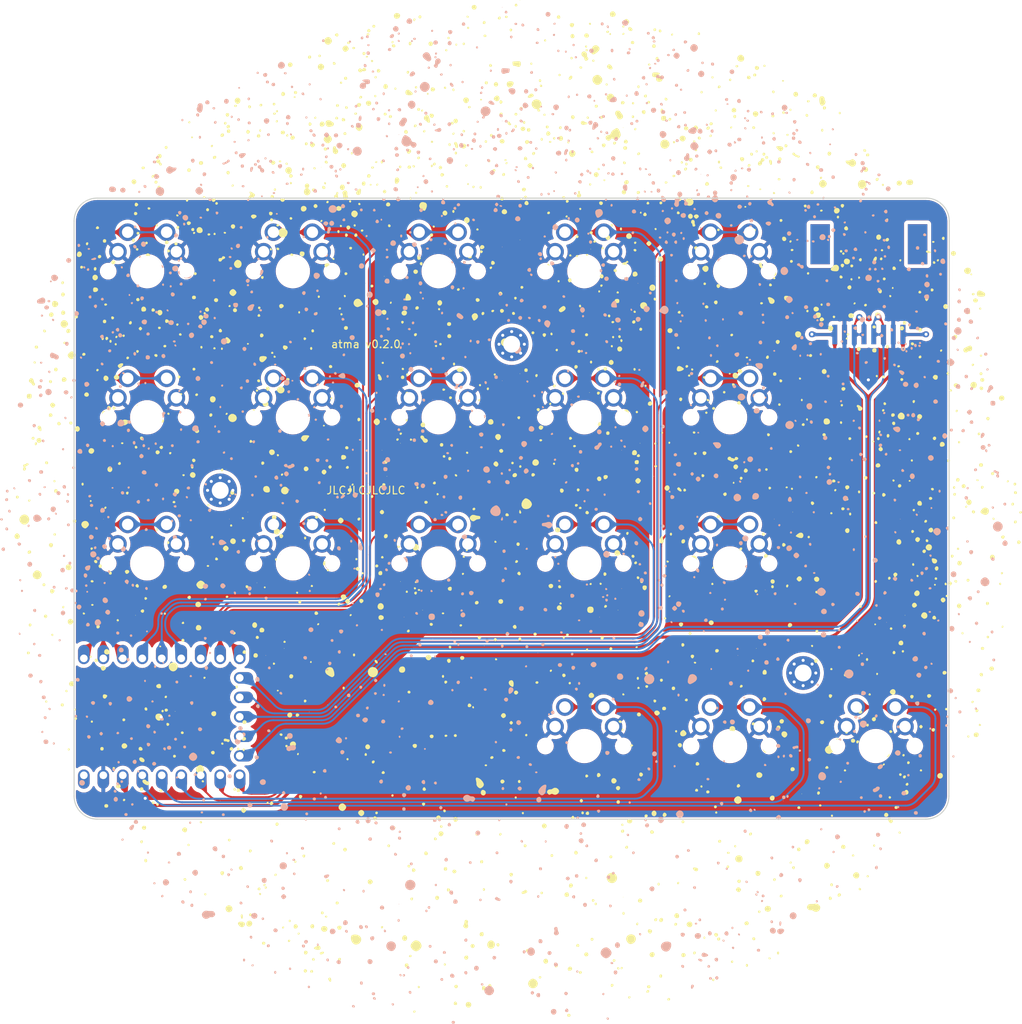
<source format=kicad_pcb>
(kicad_pcb (version 20221018) (generator pcbnew)
  (title_block (title "atma") (rev "v1.0.0") (company "Unknown"))
  (layers (0 "F.Cu" signal) (31 "B.Cu" signal) (34 "B.Paste" user) (35 "F.Paste" user) (36 "B.SilkS" user "B.Silkscreen") (37 "F.SilkS" user "F.Silkscreen") (38 "B.Mask" user) (39 "F.Mask" user) (44 "Edge.Cuts" user))
  (net 0 "")
  (net 1 "matrix_pinky_bottom")
  (net 2 "GND")
  (net 3 "matrix_pinky_home")
  (net 4 "matrix_pinky_top")
  (net 5 "matrix_ring_bottom")
  (net 6 "matrix_ring_home")
  (net 7 "matrix_ring_top")
  (net 8 "matrix_middle_bottom")
  (net 9 "matrix_middle_home")
  (net 10 "matrix_middle_top")
  (net 11 "matrix_index_bottom")
  (net 12 "matrix_index_home")
  (net 13 "matrix_index_top")
  (net 14 "matrix_inner_bottom")
  (net 15 "matrix_inner_home")
  (net 16 "matrix_inner_top")
  (net 17 "thumbfan_near_home")
  (net 18 "thumbfan_home_home")
  (net 19 "thumbfan_far_home")
  (net 20 "GP12")
  (net 21 "GP13")
  (net 22 "3V3")
  (net 23 "5V")
  (footprint "MX" (layer "F.Cu") (at 228.4 133.35)
    (fp_text reference "S14" hide)
    (fp_text value "" hide)
  )
  (footprint "MX" (layer "F.Cu") (at 209.4 176.2125)
    (fp_text reference "S16" hide)
    (fp_text value "" hide)
  )
  (footprint "MountingHole_2.2mm_M2_Pad_Via" (layer "F.Cu") (at 199.925 123.825)
    (fp_text reference "_4" hide)
    (fp_text value "")
  )
  (footprint "MX" (layer "F.Cu") (at 171.4 133.35)
    (fp_text reference "S5" hide)
    (fp_text value "" hide)
  )
  (footprint "MX" (layer "F.Cu") (at 152.4 152.4)
    (fp_text reference "S1" hide)
    (fp_text value "" hide)
  )
  (footprint "MX" (layer "F.Cu") (at 228.4 152.4)
    (fp_text reference "S13" hide)
    (fp_text value "" hide)
  )
  (footprint "main:north-sky-silk" (layer "F.Cu") (at 200.9648 145.7452)
    (fp_text reference "G***" hide)
    (fp_text value "LOGO" hide)
  )
  (footprint "MX" (layer "F.Cu") (at 209.4 152.4)
    (fp_text reference "S10" hide)
    (fp_text value "" hide)
  )
  (footprint "MountingHole_2.2mm_M2_Pad_Via" (layer "F.Cu") (at 237.925 166.6875)
    (fp_text reference "_5" hide)
    (fp_text value "")
  )
  (footprint "44144-0003" (layer "F.Cu") (at 246.4975 121.7295 180)
    (fp_text reference "")
    (fp_text value "")
  )
  (footprint "rp2040_zero_tht_pads" (layer "F.Cu") (at 154.305 172.4025 90)
    (fp_text reference "")
    (fp_text value "")
  )
  (footprint "MX" (layer "F.Cu") (at 247.4 176.2125)
    (fp_text reference "S18" hide)
    (fp_text value "" hide)
  )
  (footprint "MX" (layer "F.Cu") (at 152.4 133.35)
    (fp_text reference "S2" hide)
    (fp_text value "" hide)
  )
  (footprint "MX" (layer "F.Cu") (at 228.4 176.2125)
    (fp_text reference "S17" hide)
    (fp_text value "" hide)
  )
  (footprint "MX" (layer "F.Cu") (at 209.4 133.35)
    (fp_text reference "S11" hide)
    (fp_text value "" hide)
  )
  (footprint "MountingHole_2.2mm_M2_Pad_Via" (layer "F.Cu") (at 161.925 142.875)
    (fp_text reference "_3" hide)
    (fp_text value "")
  )
  (footprint "MX" (layer "F.Cu") (at 190.4 114.3)
    (fp_text reference "S9" hide)
    (fp_text value "" hide)
  )
  (footprint "MX" (layer "F.Cu") (at 171.4 114.3)
    (fp_text reference "S6" hide)
    (fp_text value "" hide)
  )
  (footprint "MX" (layer "F.Cu") (at 190.4 133.35)
    (fp_text reference "S8" hide)
    (fp_text value "" hide)
  )
  (footprint "MX" (layer "F.Cu") (at 228.4 114.3)
    (fp_text reference "S15" hide)
    (fp_text value "" hide)
  )
  (footprint "MX" (layer "F.Cu") (at 171.4 152.4)
    (fp_text reference "S4" hide)
    (fp_text value "" hide)
  )
  (footprint "MX" (layer "F.Cu") (at 190.4 152.4)
    (fp_text reference "S7" hide)
    (fp_text value "" hide)
  )
  (footprint "MX" (layer "F.Cu") (at 152.4 114.3)
    (fp_text reference "S3" hide)
    (fp_text value "" hide)
  )
  (footprint "MX" (layer "F.Cu") (at 209.4 114.3)
    (fp_text reference "S12" hide)
    (fp_text value "" hide)
  )
  (footprint "main:north-sky-silk" (layer "B.Cu") (at 198.7296 146.6596 180)
    (fp_text reference "G***" hide)
    (fp_text value "LOGO" hide)
  )
  (gr_line (start 256.973146 107.776853) (end 256.926852 182.739353) (stroke (width 0.15)) (layer "Edge.Cuts"))
  (gr_arc (start 256.926851 182.739353) (mid 256.047517 184.859475) (end 253.926852 185.7375) (stroke (width 0.15)) (layer "Edge.Cuts"))
  (gr_arc (start 145.875 185.7375) (mid 143.75368 184.85882) (end 142.875 182.7375) (stroke (width 0.15)) (layer "Edge.Cuts"))
  (gr_line (start 142.875 182.7375) (end 142.875 107.775) (stroke (width 0.15)) (layer "Edge.Cuts"))
  (gr_line (start 145.875 104.775) (end 253.973147 104.775) (stroke (width 0.15)) (layer "Edge.Cuts"))
  (gr_line (start 145.875 185.7375) (end 253.926852 185.7375) (stroke (width 0.15)) (layer "Edge.Cuts"))
  (gr_arc (start 142.875 107.775) (mid 143.75368 105.65368) (end 145.875 104.775) (stroke (width 0.15)) (layer "Edge.Cuts"))
  (gr_arc (start 253.973147 104.775) (mid 256.095122 105.654335) (end 256.973146 107.776853) (stroke (width 0.15)) (layer "Edge.Cuts"))
  (gr_text "JLCJLCJLCJLC" (at 180.925 142.875) (layer "F.SilkS") (effects (font (size 1 1))))
  (gr_text "atma v0.2.0" (at 180.925 123.825) (layer "F.SilkS") (effects (font (size 1 1))))
  (segment (start 145.045 154.892386) (end 145.045 149.704414) (width 0.25) (layer "F.Cu") (net 1))
  (segment (start 147.135 161.452786) (end 147.135 157.810814) (width 0.25) (layer "F.Cu") (net 1))
  (segment (start 149.225 163.957) (end 147.427893 162.159893) (width 0.25) (layer "F.Cu") (net 1))
  (segment (start 147.429414 147.32) (end 149.86 147.32) (width 0.25) (layer "F.Cu") (net 1))
  (segment (start 145.337893 148.997307) (end 146.722307 147.612893) (width 0.25) (layer "F.Cu") (net 1))
  (segment (start 146.842107 157.103707) (end 145.337893 155.599493) (width 0.25) (layer "F.Cu") (net 1))
  (arc (start 146.722307 147.612893) (mid 147.04673 147.39612) (end 147.429414 147.32) (width 0.25) (layer "F.Cu") (net 1))
  (arc (start 145.045 149.704414) (mid 145.12112 149.321731) (end 145.337893 148.997307) (width 0.25) (layer "F.Cu") (net 1))
  (arc (start 145.045 154.892386) (mid 145.12112 155.275069) (end 145.337893 155.599493) (width 0.25) (layer "F.Cu") (net 1))
  (arc (start 147.135 157.810814) (mid 147.05888 157.428131) (end 146.842107 157.103707) (width 0.25) (layer "F.Cu") (net 1))
  (arc (start 147.135 161.452786) (mid 147.21112 161.835469) (end 147.427893 162.159893) (width 0.25) (layer "F.Cu") (net 1))
  (segment (start 149.86 147.32) (end 154.94 147.32) (width 0.25) (layer "B.Cu") (net 1))
  (via (at 154.2288 172.4152) (size 0.8) (drill 0.4) (layers "F.Cu" "B.Cu") (net 2))
  (via (at 152.146 183.0324) (size 0.8) (drill 0.4) (layers "F.Cu" "B.Cu") (net 2))
  (via (at 246.4308 128.4732) (size 0.8) (drill 0.4) (layers "F.Cu" "B.Cu") (net 2))
  (segment (start 146.392107 157.290103) (end 144.887893 155.785889) (width 0.25) (layer "F.Cu") (net 3))
  (segment (start 147.683414 128.27) (end 149.86 128.27) (width 0.25) (layer "F.Cu") (net 3))
  (segment (start 144.595 155.078782) (end 144.595 131.358414) (width 0.25) (layer "F.Cu") (net 3))
  (segment (start 144.887893 130.651307) (end 146.976307 128.562893) (width 0.25) (layer "F.Cu") (net 3))
  (segment (start 146.685 164.7825) (end 146.685 157.99721) (width 0.25) (layer "F.Cu") (net 3))
  (arc (start 144.595 131.358414) (mid 144.67112 130.975731) (end 144.887893 130.651307) (width 0.25) (layer "F.Cu") (net 3))
  (arc (start 146.685 157.99721) (mid 146.60888 157.614527) (end 146.392107 157.290103) (width 0.25) (layer "F.Cu") (net 3))
  (arc (start 147.683414 128.27) (mid 147.300731 128.34612) (end 146.976307 128.562893) (width 0.25) (layer "F.Cu") (net 3))
  (arc (start 144.595 155.078782) (mid 144.67112 155.461465) (end 144.887893 155.785889) (width 0.25) (layer "F.Cu") (net 3))
  (segment (start 149.86 128.27) (end 154.94 128.27) (width 0.25) (layer "B.Cu") (net 3))
  (segment (start 144.145 163.7538) (end 145.942107 161.956693) (width 0.25) (layer "F.Cu") (net 4))
  (segment (start 147.023014 109.22) (end 149.86 109.22) (width 0.25) (layer "F.Cu") (net 4))
  (segment (start 144.145 155.265178) (end 144.145 112.098014) (width 0.25) (layer "F.Cu") (net 4))
  (segment (start 144.437893 111.390907) (end 146.315907 109.512893) (width 0.25) (layer "F.Cu") (net 4))
  (segment (start 146.235 161.249586) (end 146.235 158.183606) (width 0.25) (layer "F.Cu") (net 4))
  (segment (start 145.942107 157.476499) (end 144.437893 155.972285) (width 0.25) (layer "F.Cu") (net 4))
  (arc (start 144.145 112.098014) (mid 144.22112 111.715331) (end 144.437893 111.390907) (width 0.25) (layer "F.Cu") (net 4))
  (arc (start 146.235 161.249586) (mid 146.15888 161.632269) (end 145.942107 161.956693) (width 0.25) (layer "F.Cu") (net 4))
  (arc (start 144.145 155.265178) (mid 144.22112 155.647861) (end 144.437893 155.972285) (width 0.25) (layer "F.Cu") (net 4))
  (arc (start 147.023014 109.22) (mid 146.640331 109.29612) (end 146.315907 109.512893) (width 0.25) (layer "F.Cu") (net 4))
  (arc (start 146.235 158.183606) (mid 146.15888 157.800923) (end 145.942107 157.476499) (width 0.25) (layer "F.Cu") (net 4))
  (segment (start 149.86 109.22) (end 154.94 109.22) (width 0.25) (layer "B.Cu") (net 4))
  (segment (start 168.86 147.32) (end 173.94 147.32) (width 0.25) (layer "F.Cu") (net 5))
  (segment (start 177.491573 147.32) (end 173.94 147.32) (width 0.25) (layer "B.Cu") (net 5))
  (segment (start 153.855 160.316573) (end 153.855 159.837031) (width 0.25) (layer "B.Cu") (net 5))
  (segment (start 178.399391 156.464213) (end 179.964214 154.89939) (width 0.25) (layer "B.Cu") (net 5))
  (segment (start 151.765 163.235) (end 153.269214 161.730786) (width 0.25) (layer "B.Cu") (net 5))
  (segment (start 156.642031 157.05) (end 176.985177 157.05) (width 0.25) (layer "B.Cu") (net 5))
  (segment (start 154.440787 158.422817) (end 155.227818 157.635786) (width 0.25) (layer "B.Cu") (net 5))
  (segment (start 180.55 153.485177) (end 180.55 150.378427) (width 0.25) (layer "B.Cu") (net 5))
  (segment (start 179.964213 148.964213) (end 178.905786 147.905786) (width 0.25) (layer "B.Cu") (net 5))
  (arc (start 179.964213 148.964213) (mid 180.397759 149.61306) (end 180.55 150.378427) (width 0.25) (layer "B.Cu") (net 5))
  (arc (start 180.55 153.485177) (mid 180.397759 154.250544) (end 179.964214 154.89939) (width 0.25) (layer "B.Cu") (net 5))
  (arc (start 177.491573 147.32) (mid 178.25694 147.472241) (end 178.905786 147.905786) (width 0.25) (layer "B.Cu") (net 5))
  (arc (start 154.440787 158.422817) (mid 154.007241 159.071664) (end 153.855 159.837031) (width 0.25) (layer "B.Cu") (net 5))
  (arc (start 153.855 160.316573) (mid 153.702759 161.08194) (end 153.269214 161.730786) (width 0.25) (layer "B.Cu") (net 5))
  (arc (start 178.399391 156.464213) (mid 177.750544 156.897759) (end 176.985177 157.05) (width 0.25) (layer "B.Cu") (net 5))
  (arc (start 156.642031 157.05) (mid 155.876664 157.202241) (end 155.227818 157.635786) (width 0.25) (layer "B.Cu") (net 5))
  (segment (start 168.86 128.27) (end 173.94 128.27) (width 0.25) (layer "F.Cu") (net 6))
  (segment (start 177.941573 128.27) (end 173.94 128.27) (width 0.25) (layer "B.Cu") (net 6))
  (segment (start 156.828427 157.5) (end 177.171573 157.5) (width 0.25) (layer "B.Cu") (net 6))
  (segment (start 154.890787 158.609213) (end 155.414214 158.085786) (width 0.25) (layer "B.Cu") (net 6))
  (segment (start 178.585787 156.914213) (end 180.414214 155.085786) (width 0.25) (layer "B.Cu") (net 6))
  (segment (start 180.414213 129.914213) (end 179.355786 128.855786) (width 0.25) (layer "B.Cu") (net 6))
  (segment (start 154.305 164.7825) (end 154.305 160.023427) (width 0.25) (layer "B.Cu") (net 6))
  (segment (start 181 153.671573) (end 181 131.328427) (width 0.25) (layer "B.Cu") (net 6))
  (arc (start 177.941573 128.27) (mid 178.70694 128.422241) (end 179.355786 128.855786) (width 0.25) (layer "B.Cu") (net 6))
  (arc (start 154.890787 158.609213) (mid 154.457241 159.25806) (end 154.305 160.023427) (width 0.25) (layer "B.Cu") (net 6))
  (arc (start 180.414214 155.085786) (mid 180.847759 154.43694) (end 181 153.671573) (width 0.25) (layer "B.Cu") (net 6))
  (arc (start 178.585787 156.914213) (mid 177.93694 157.347759) (end 177.171573 157.5) (width 0.25) (layer "B.Cu") (net 6))
  (arc (start 181 131.328427) (mid 180.847759 130.56306) (end 180.414213 129.914213) (width 0.25) (layer "B.Cu") (net 6))
  (arc (start 155.414214 158.085786) (mid 156.06306 157.652241) (end 156.828427 157.5) (width 0.25) (layer "B.Cu") (net 6))
  (segment (start 168.86 109.22) (end 173.94 109.22) (width 0.25) (layer "F.Cu") (net 7))
  (segment (start 179.805787 109.805787) (end 180.864214 110.864214) (width 0.25) (layer "B.Cu") (net 7))
  (segment (start 156.845 163.345) (end 155.340786 161.840786) (width 0.25) (layer "B.Cu") (net 7))
  (segment (start 154.755 160.426573) (end 154.755 160.209823) (width 0.25) (layer "B.Cu") (net 7))
  (segment (start 155.340787 158.795609) (end 155.60061 158.535786) (width 0.25) (layer "B.Cu") (net 7))
  (segment (start 173.94 109.22) (end 178.391573 109.22) (width 0.25) (layer "B.Cu") (net 7))
  (segment (start 181.45 153.857969) (end 181.45 112.278427) (width 0.25) (layer "B.Cu") (net 7))
  (segment (start 157.014823 157.95) (end 177.357969 157.95) (width 0.25) (layer "B.Cu") (net 7))
  (segment (start 178.772183 157.364213) (end 180.864214 155.272182) (width 0.25) (layer "B.Cu") (net 7))
  (arc (start 154.755 160.426573) (mid 154.907241 161.19194) (end 155.340786 161.840786) (width 0.25) (layer "B.Cu") (net 7))
  (arc (start 154.755 160.209823) (mid 154.907241 159.444456) (end 155.340787 158.795609) (width 0.25) (layer "B.Cu") (net 7))
  (arc (start 157.014823 157.95) (mid 156.249456 158.102241) (end 155.60061 158.535786) (width 0.25) (layer "B.Cu") (net 7))
  (arc (start 177.357969 157.95) (mid 178.123336 157.797759) (end 178.772183 157.364213) (width 0.25) (layer "B.Cu") (net 7))
  (arc (start 180.864214 110.864214) (mid 181.297759 111.51306) (end 181.45 112.278427) (width 0.25) (layer "B.Cu") (net 7))
  (arc (start 178.391573 109.22) (mid 179.15694 109.372241) (end 179.805787 109.805787) (width 0.25) (layer "B.Cu") (net 7))
  (arc (start 181.45 153.857969) (mid 181.297759 154.623336) (end 180.864214 155.272182) (width 0.25) (layer "B.Cu") (net 7))
  (segment (start 184.508427 147.32) (end 187.86 147.32) (width 0.25) (layer "F.Cu") (net 8))
  (segment (start 164.465 163.8554) (end 162.667893 162.058293) (width 0.25) (layer "F.Cu") (net 8))
  (segment (start 163.70741 158.45) (end 178.357969 158.45) (width 0.25) (layer "F.Cu") (net 8))
  (segment (start 162.667893 159.075303) (end 163.000303 158.742893) (width 0.25) (layer "F.Cu") (net 8))
  (segment (start 162.375 161.351186) (end 162.375 159.78241) (width 0.25) (layer "F.Cu") (net 8))
  (segment (start 179.772183 157.864213) (end 180.864214 156.772182) (width 0.25) (layer "F.Cu") (net 8))
  (segment (start 181.45 155.357969) (end 181.45 150.378427) (width 0.25) (layer "F.Cu") (net 8))
  (segment (start 182.035786 148.964214) (end 183.094214 147.905786) (width 0.25) (layer "F.Cu") (net 8))
  (arc (start 178.357969 158.45) (mid 179.123336 158.297759) (end 179.772183 157.864213) (width 0.25) (layer "F.Cu") (net 8))
  (arc (start 162.667893 162.058293) (mid 162.45112 161.73387) (end 162.375 161.351186) (width 0.25) (layer "F.Cu") (net 8))
  (arc (start 183.094214 147.905786) (mid 183.74306 147.472241) (end 184.508427 147.32) (width 0.25) (layer "F.Cu") (net 8))
  (arc (start 163.000303 158.742893) (mid 163.324726 158.52612) (end 163.70741 158.45) (width 0.25) (layer "F.Cu") (net 8))
  (arc (start 162.667893 159.075303) (mid 162.45112 159.399726) (end 162.375 159.78241) (width 0.25) (layer "F.Cu") (net 8))
  (arc (start 181.45 150.378427) (mid 181.602241 149.61306) (end 182.035786 148.964214) (width 0.25) (layer "F.Cu") (net 8))
  (arc (start 180.864214 156.772182) (mid 181.297759 156.123336) (end 181.45 155.357969) (width 0.25) (layer "F.Cu") (net 8))
  (segment (start 187.86 147.32) (end 192.94 147.32) (width 0.25) (layer "B.Cu") (net 8))
  (segment (start 181 155.171573) (end 181 132.828427) (width 0.25) (layer "F.Cu") (net 9))
  (segment (start 181.585787 131.414213) (end 184.144214 128.855786) (width 0.25) (layer "F.Cu") (net 9))
  (segment (start 162.217893 158.888907) (end 162.813907 158.292893) (width 0.25) (layer "F.Cu") (net 9))
  (segment (start 179.585787 157.414213) (end 180.414214 156.585786) (width 0.25) (layer "F.Cu") (net 9))
  (segment (start 185.558427 128.27) (end 187.86 128.27) (width 0.25) (layer "F.Cu") (net 9))
  (segment (start 163.521014 158) (end 178.171573 158) (width 0.25) (layer "F.Cu") (net 9))
  (segment (start 161.925 164.7825) (end 161.925 159.596014) (width 0.25) (layer "F.Cu") (net 9))
  (arc (start 184.144214 128.855786) (mid 184.79306 128.422241) (end 185.558427 128.27) (width 0.25) (layer "F.Cu") (net 9))
  (arc (start 161.925 159.596014) (mid 162.00112 159.213331) (end 162.217893 158.888907) (width 0.25) (layer "F.Cu") (net 9))
  (arc (start 181 132.828427) (mid 181.152241 132.06306) (end 181.585787 131.414213) (width 0.25) (layer "F.Cu") (net 9))
  (arc (start 180.414214 156.585786) (mid 180.847759 155.93694) (end 181 155.171573) (width 0.25) (layer "F.Cu") (net 9))
  (arc (start 163.521014 158) (mid 163.138331 158.07612) (end 162.813907 158.292893) (width 0.25) (layer "F.Cu") (net 9))
  (arc (start 178.171573 158) (mid 178.93694 157.847759) (end 179.585787 157.414213) (width 0.25) (layer "F.Cu") (net 9))
  (segment (start 187.86 128.27) (end 192.94 128.27) (width 0.25) (layer "B.Cu") (net 9))
  (segment (start 161.767893 158.702511) (end 162.677511 157.792893) (width 0.25) (layer "F.Cu") (net 10))
  (segment (start 161.475 161.351186) (end 161.475 159.409618) (width 0.25) (layer "F.Cu") (net 10))
  (segment (start 163.384618 157.5) (end 178.035177 157.5) (width 0.25) (layer "F.Cu") (net 10))
  (segment (start 179.449391 156.914213) (end 179.964214 156.39939) (width 0.25) (layer "F.Cu") (net 10))
  (segment (start 185.608427 109.22) (end 187.86 109.22) (width 0.25) (layer "F.Cu") (net 10))
  (segment (start 159.385 163.8554) (end 161.182107 162.058293) (width 0.25) (layer "F.Cu") (net 10))
  (segment (start 180.55 154.985177) (end 180.55 114.278427) (width 0.25) (layer "F.Cu") (net 10))
  (segment (start 181.135787 112.864213) (end 184.194214 109.805786) (width 0.25) (layer "F.Cu") (net 10))
  (arc (start 161.475 159.409618) (mid 161.55112 159.026935) (end 161.767893 158.702511) (width 0.25) (layer "F.Cu") (net 10))
  (arc (start 180.55 114.278427) (mid 180.702241 113.51306) (end 181.135787 112.864213) (width 0.25) (layer "F.Cu") (net 10))
  (arc (start 178.035177 157.5) (mid 178.800544 157.347759) (end 179.449391 156.914213) (width 0.25) (layer "F.Cu") (net 10))
  (arc (start 184.194214 109.805786) (mid 184.84306 109.372241) (end 185.608427 109.22) (width 0.25) (layer "F.Cu") (net 10))
  (arc (start 163.384618 157.5) (mid 163.001935 157.57612) (end 162.677511 157.792893) (width 0.25) (layer "F.Cu") (net 10))
  (arc (start 179.964214 156.39939) (mid 180.397759 155.750544) (end 180.55 154.985177) (width 0.25) (layer "F.Cu") (net 10))
  (arc (start 161.475 161.351186) (mid 161.39888 161.733869) (end 161.182107 162.058293) (width 0.25) (layer "F.Cu") (net 10))
  (segment (start 187.86 109.22) (end 192.94 109.22) (width 0.25) (layer "B.Cu") (net 10))
  (segment (start 206.86 147.32) (end 211.94 147.32) (width 0.25) (layer "F.Cu") (net 11))
  (segment (start 175.969691 170.916713) (end 184.096218 162.790186) (width 0.25) (layer "B.Cu") (net 11))
  (segment (start 185.510431 162.2044) (end 215.731973 162.2044) (width 0.25) (layer "B.Cu") (net 11))
  (segment (start 165.4429 167.3225) (end 169.037114 170.916714) (width 0.25) (layer "B.Cu") (net 11))
  (segment (start 170.451327 171.5025) (end 174.555477 171.5025) (width 0.25) (layer "B.Cu") (net 11))
  (segment (start 218.44 159.496373) (end 218.44 150.840827) (width 0.25) (layer "B.Cu") (net 11))
  (segment (start 217.146187 161.618613) (end 217.854214 160.910586) (width 0.25) (layer "B.Cu") (net 11))
  (segment (start 217.854213 149.426613) (end 216.333386 147.905786) (width 0.25) (layer "B.Cu") (net 11))
  (segment (start 214.919173 147.32) (end 211.94 147.32) (width 0.25) (layer "B.Cu") (net 11))
  (arc (start 185.510431 162.2044) (mid 184.745064 162.356641) (end 184.096218 162.790186) (width 0.25) (layer "B.Cu") (net 11))
  (arc (start 217.146187 161.618613) (mid 216.49734 162.052159) (end 215.731973 162.2044) (width 0.25) (layer "B.Cu") (net 11))
  (arc (start 217.854214 160.910586) (mid 218.287759 160.26174) (end 218.44 159.496373) (width 0.25) (layer "B.Cu") (net 11))
  (arc (start 214.919173 147.32) (mid 215.68454 147.472241) (end 216.333386 147.905786) (width 0.25) (layer "B.Cu") (net 11))
  (arc (start 218.44 150.840827) (mid 218.287759 150.07546) (end 217.854213 149.426613) (width 0.25) (layer "B.Cu") (net 11))
  (arc (start 169.037114 170.916714) (mid 169.68596 171.350259) (end 170.451327 171.5025) (width 0.25) (layer "B.Cu") (net 11))
  (arc (start 174.555477 171.5025) (mid 175.320844 171.350259) (end 175.969691 170.916713) (width 0.25) (layer "B.Cu") (net 11))
  (segment (start 206.86 128.27) (end 211.94 128.27) (width 0.25) (layer "F.Cu") (net 12))
  (segment (start 184.282613 163.240187) (end 176.156086 171.366714) (width 0.25) (layer "B.Cu") (net 12))
  (segment (start 218.304213 161.096983) (end 217.332582 162.068614) (width 0.25) (layer "B.Cu") (net 12))
  (segment (start 218.89 131.783627) (end 218.89 159.682769) (width 0.25) (layer "B.Cu") (net 12))
  (segment (start 167.607513 171.366713) (end 166.1033 169.8625) (width 0.25) (layer "B.Cu") (net 12))
  (segment (start 174.741873 171.9525) (end 169.021727 171.9525) (width 0.25) (layer "B.Cu") (net 12))
  (segment (start 211.94 128.27) (end 215.376373 128.27) (width 0.25) (layer "B.Cu") (net 12))
  (segment (start 215.918369 162.6544) (end 185.696827 162.6544) (width 0.25) (layer "B.Cu") (net 12))
  (segment (start 216.790587 128.855787) (end 218.304214 130.369414) (width 0.25) (layer "B.Cu") (net 12))
  (segment (start 166.1033 169.8625) (end 164.465 169.8625) (width 0.25) (layer "B.Cu") (net 12))
  (arc (start 169.021727 171.9525) (mid 168.25636 171.800259) (end 167.607513 171.366713) (width 0.25) (layer "B.Cu") (net 12))
  (arc (start 218.89 131.783627) (mid 218.737759 131.01826) (end 218.304214 130.369414) (width 0.25) (layer "B.Cu") (net 12))
  (arc (start 216.790587 128.855787) (mid 216.14174 128.422241) (end 215.376373 128.27) (width 0.25) (layer "B.Cu") (net 12))
  (arc (start 218.304213 161.096983) (mid 218.737759 160.448136) (end 218.89 159.682769) (width 0.25) (layer "B.Cu") (net 12))
  (arc (start 217.332582 162.068614) (mid 216.683736 162.502159) (end 215.918369 162.6544) (width 0.25) (layer "B.Cu") (net 12))
  (arc (start 174.741873 171.9525) (mid 175.50724 171.800259) (end 176.156086 171.366714) (width 0.25) (layer "B.Cu") (net 12))
  (arc (start 184.282613 163.240187) (mid 184.93146 162.806641) (end 185.696827 162.6544) (width 0.25) (layer "B.Cu") (net 12))
  (segment (start 206.86 109.22) (end 211.94 109.22) (width 0.25) (layer "F.Cu") (net 13))
  (segment (start 218.754213 111.312213) (end 217.247786 109.805786) (width 0.25) (layer "B.Cu") (net 13))
  (segment (start 215.833573 109.22) (end 211.94 109.22) (width 0.25) (layer "B.Cu") (net 13))
  (segment (start 164.465 172.4025) (end 174.928269 172.4025) (width 0.25) (layer "B.Cu") (net 13))
  (segment (start 185.883223 163.1044) (end 216.104765 163.1044) (width 0.25) (layer "B.Cu") (net 13))
  (segment (start 219.34 159.869165) (end 219.34 112.726427) (width 0.25) (layer "B.Cu") (net 13))
  (segment (start 176.342483 171.816713) (end 184.46901 163.690186) (width 0.25) (layer "B.Cu") (net 13))
  (segment (start 217.518979 162.518613) (end 218.754214 161.283378) (width 0.25) (layer "B.Cu") (net 13))
  (arc (start 219.34 112.726427) (mid 219.187759 111.96106) (end 218.754213 111.312213) (width 0.25) (layer "B.Cu") (net 13))
  (arc (start 185.883223 163.1044) (mid 185.117856 163.256641) (end 184.46901 163.690186) (width 0.25) (layer "B.Cu") (net 13))
  (arc (start 216.104765 163.1044) (mid 216.870132 162.952159) (end 217.518979 162.518613) (width 0.25) (layer "B.Cu") (net 13))
  (arc (start 217.247786 109.805786) (mid 216.59894 109.372241) (end 215.833573 109.22) (width 0.25) (layer "B.Cu") (net 13))
  (arc (start 219.34 159.869165) (mid 219.187759 160.634532) (end 218.754214 161.283378) (width 0.25) (layer "B.Cu") (net 13))
  (arc (start 174.928269 172.4025) (mid 175.693636 172.250259) (end 176.342483 171.816713) (width 0.25) (layer "B.Cu") (net 13))
  (segment (start 169.505779 182.744213) (end 173.643814 178.606178) (width 0.25) (layer "F.Cu") (net 14))
  (segment (start 219.990987 148.766213) (end 220.851414 147.905786) (width 0.25) (layer "F.Cu") (net 14))
  (segment (start 180.256819 162.6108) (end 216.443173 162.6108) (width 0.25) (layer "F.Cu") (net 14))
  (segment (start 222.265627 147.32) (end 225.86 147.32) (width 0.25) (layer "F.Cu") (net 14))
  (segment (start 162.009627 183.33) (end 168.091565 183.33) (width 0.25) (layer "F.Cu") (net 14))
  (segment (start 219.4052 159.648773) (end 219.4052 150.180427) (width 0.25) (layer "F.Cu") (net 14))
  (segment (start 174.815387 167.223805) (end 178.842606 163.196586) (width 0.25) (layer "F.Cu") (net 14))
  (segment (start 174.2296 177.191965) (end 174.2296 168.638019) (width 0.25) (layer "F.Cu") (net 14))
  (segment (start 159.385 181.5338) (end 160.595414 182.744214) (width 0.25) (layer "F.Cu") (net 14))
  (segment (start 217.857387 162.025013) (end 218.819414 161.062986) (width 0.25) (layer "F.Cu") (net 14))
  (arc (start 180.256819 162.6108) (mid 179.491452 162.763041) (end 178.842606 163.196586) (width 0.25) (layer "F.Cu") (net 14))
  (arc (start 174.815387 167.223805) (mid 174.381841 167.872652) (end 174.2296 168.638019) (width 0.25) (layer "F.Cu") (net 14))
  (arc (start 169.505779 182.744213) (mid 168.856932 183.177759) (end 168.091565 183.33) (width 0.25) (layer "F.Cu") (net 14))
  (arc (start 220.851414 147.905786) (mid 221.50026 147.472241) (end 222.265627 147.32) (width 0.25) (layer "F.Cu") (net 14))
  (arc (start 219.4052 150.180427) (mid 219.557441 149.41506) (end 219.990987 148.766213) (width 0.25) (layer "F.Cu") (net 14))
  (arc (start 174.2296 177.191965) (mid 174.077359 177.957332) (end 173.643814 178.606178) (width 0.25) (layer "F.Cu") (net 14))
  (arc (start 160.595414 182.744214) (mid 161.24426 183.177759) (end 162.009627 183.33) (width 0.25) (layer "F.Cu") (net 14))
  (arc (start 216.443173 162.6108) (mid 217.20854 162.458559) (end 217.857387 162.025013) (width 0.25) (layer "F.Cu") (net 14))
  (arc (start 218.819414 161.062986) (mid 219.252959 160.41414) (end 219.4052 159.648773) (width 0.25) (layer "F.Cu") (net 14))
  (segment (start 225.86 147.32) (end 230.94 147.32) (width 0.25) (layer "B.Cu") (net 14))
  (segment (start 173.7796 177.005569) (end 173.7796 168.451623) (width 0.25) (layer "F.Cu") (net 15))
  (segment (start 223.535627 128.27) (end 225.86 128.27) (width 0.25) (layer "F.Cu") (net 15))
  (segment (start 217.670991 161.575013) (end 218.369414 160.87659) (width 0.25) (layer "F.Cu") (net 15))
  (segment (start 169.319383 182.294213) (end 173.193814 178.419782) (width 0.25) (layer "F.Cu") (net 15))
  (segment (start 180.070423 162.1608) (end 216.256777 162.1608) (width 0.25) (layer "F.Cu") (net 15))
  (segment (start 174.365387 167.037409) (end 178.65621 162.746586) (width 0.25) (layer "F.Cu") (net 15))
  (segment (start 161.925 180.0225) (end 161.925 181.9402) (width 0.25) (layer "F.Cu") (net 15))
  (segment (start 218.9552 159.462377) (end 218.9552 132.850427) (width 0.25) (layer "F.Cu") (net 15))
  (segment (start 219.540987 131.436213) (end 222.121414 128.855786) (width 0.25) (layer "F.Cu") (net 15))
  (segment (start 163.693227 182.88) (end 167.905169 182.88) (width 0.25) (layer "F.Cu") (net 15))
  (segment (start 161.925 181.9402) (end 162.279014 182.294214) (width 0.25) (layer "F.Cu") (net 15))
  (arc (start 216.256777 162.1608) (mid 217.022144 162.008559) (end 217.670991 161.575013) (width 0.25) (layer "F.Cu") (net 15))
  (arc (start 222.121414 128.855786) (mid 222.77026 128.422241) (end 223.535627 128.27) (width 0.25) (layer "F.Cu") (net 15))
  (arc (start 167.905169 182.88) (mid 168.670536 182.727759) (end 169.319383 182.294213) (width 0.25) (layer "F.Cu") (net 15))
  (arc (start 218.369414 160.87659) (mid 218.802959 160.227744) (end 218.9552 159.462377) (width 0.25) (layer "F.Cu") (net 15))
  (arc (start 162.279014 182.294214) (mid 162.92786 182.727759) (end 163.693227 182.88) (width 0.25) (layer "F.Cu") (net 15))
  (arc (start 218.9552 132.850427) (mid 219.107441 132.08506) (end 219.540987 131.436213) (width 0.25) (layer "F.Cu") (net 15))
  (arc (start 174.365387 167.037409) (mid 173.931841 167.686256) (end 173.7796 168.451623) (width 0.25) (layer "F.Cu") (net 15))
  (arc (start 178.65621 162.746586) (mid 179.305056 162.313041) (end 180.070423 162.1608) (width 0.25) (layer "F.Cu") (net 15))
  (arc (start 173.193814 178.419782) (mid 173.627359 177.770936) (end 173.7796 177.005569) (width 0.25) (layer "F.Cu") (net 15))
  (segment (start 225.86 128.27) (end 230.94 128.27) (width 0.25) (layer "B.Cu") (net 15))
  (segment (start 217.484595 161.125013) (end 217.919414 160.690194) (width 0.25) (layer "F.Cu") (net 16))
  (segment (start 166.037227 182.43) (end 167.718773 182.43) (width 0.25) (layer "F.Cu") (net 16))
  (segment (start 164.465 181.6862) (end 164.623014 181.844214) (width 0.25) (layer "F.Cu") (net 16))
  (segment (start 173.3296 176.819173) (end 173.3296 168.265227) (width 0.25) (layer "F.Cu") (net 16))
  (segment (start 169.132987 181.844213) (end 172.743814 178.233386) (width 0.25) (layer "F.Cu") (net 16))
  (segment (start 164.465 180.0225) (end 164.465 181.6862) (width 0.25) (layer "F.Cu") (net 16))
  (segment (start 218.5052 159.275981) (end 218.5052 113.336027) (width 0.25) (layer "F.Cu") (net 16))
  (segment (start 219.090987 111.921813) (end 221.207014 109.805786) (width 0.25) (layer "F.Cu") (net 16))
  (segment (start 173.915387 166.851013) (end 178.469814 162.296586) (width 0.25) (layer "F.Cu") (net 16))
  (segment (start 179.884027 161.7108) (end 216.070381 161.7108) (width 0.25) (layer "F.Cu") (net 16))
  (segment (start 222.621227 109.22) (end 225.86 109.22) (width 0.25) (layer "F.Cu") (net 16))
  (arc (start 216.070381 161.7108) (mid 216.835748 161.558559) (end 217.484595 161.125013) (width 0.25) (layer "F.Cu") (net 16))
  (arc (start 172.743814 178.233386) (mid 173.177359 177.58454) (end 173.3296 176.819173) (width 0.25) (layer "F.Cu") (net 16))
  (arc (start 164.623014 181.844214) (mid 165.27186 182.277759) (end 166.037227 182.43) (width 0.25) (layer "F.Cu") (net 16))
  (arc (start 179.884027 161.7108) (mid 179.11866 161.863041) (end 178.469814 162.296586) (width 0.25) (layer "F.Cu") (net 16))
  (arc (start 217.919414 160.690194) (mid 218.352959 160.041348) (end 218.5052 159.275981) (width 0.25) (layer "F.Cu") (net 16))
  (arc (start 218.5052 113.336027) (mid 218.657441 112.57066) (end 219.090987 111.921813) (width 0.25) (layer "F.Cu") (net 16))
  (arc (start 221.207014 109.805786) (mid 221.85586 109.372241) (end 222.621227 109.22) (width 0.25) (layer "F.Cu") (net 16))
  (arc (start 169.132987 181.844213) (mid 168.48414 182.277759) (end 167.718773 182.43) (width 0.25) (layer "F.Cu") (net 16))
  (arc (start 173.915387 166.851013) (mid 173.481841 167.49986) (end 173.3296 168.265227) (width 0.25) (layer "F.Cu") (net 16))
  (segment (start 225.86 109.22) (end 230.94 109.22) (width 0.25) (layer "B.Cu") (net 16))
  (segment (start 206.86 171.1325) (end 211.94 171.1325) (width 0.25) (layer "F.Cu") (net 17))
  (segment (start 216.074873 171.1325) (end 211.94 171.1325) (width 0.25) (layer "B.Cu") (net 17))
  (segment (start 159.121227 183.0832) (end 215.935173 183.0832) (width 0.25) (layer "B.Cu") (net 17))
  (segment (start 218.948 180.070373) (end 218.948 174.005627) (width 0.25) (layer "B.Cu") (net 17))
  (segment (start 156.845 181.6354) (end 157.707014 182.497414) (width 0.25) (layer "B.Cu") (net 17))
  (segment (start 218.362213 172.591413) (end 217.489086 171.718286) (width 0.25) (layer "B.Cu") (net 17))
  (segment (start 217.349387 182.497413) (end 218.362214 181.484586) (width 0.25) (layer "B.Cu") (net 17))
  (arc (start 159.121227 183.0832) (mid 158.35586 182.930959) (end 157.707014 182.497414) (width 0.25) (layer "B.Cu") (net 17))
  (arc (start 215.935173 183.0832) (mid 216.70054 182.930959) (end 217.349387 182.497413) (width 0.25) (layer "B.Cu") (net 17))
  (arc (start 218.948 180.070373) (mid 218.795759 180.83574) (end 218.362214 181.484586) (width 0.25) (layer "B.Cu") (net 17))
  (arc (start 218.948 174.005627) (mid 218.795759 173.24026) (end 218.362213 172.591413) (width 0.25) (layer "B.Cu") (net 17))
  (arc (start 217.489086 171.718286) (mid 216.84024 171.284741) (end 216.074873 171.1325) (width 0.25) (layer "B.Cu") (net 17))
  (segment (start 225.86 171.1325) (end 230.94 171.1325) (width 0.25) (layer "F.Cu") (net 18))
  (segment (start 235.441387 182.947413) (end 237.412214 180.976586) (width 0.25) (layer "B.Cu") (net 18))
  (segment (start 237.412213 173.251813) (end 235.878686 171.718286) (width 0.25) (layer "B.Cu") (net 18))
  (segment (start 234.464473 171.1325) (end 230.94 171.1325) (width 0.25) (layer "B.Cu") (net 18))
  (segment (start 154.305 180.0225) (end 154.305 181.6862) (width 0.25) (layer "B.Cu") (net 18))
  (segment (start 154.305 181.6862) (end 155.566214 182.947414) (width 0.25) (layer "B.Cu") (net 18))
  (segment (start 237.998 179.562373) (end 237.998 174.666027) (width 0.25) (layer "B.Cu") (net 18))
  (segment (start 156.980427 183.5332) (end 234.027173 183.5332) (width 0.25) (layer "B.Cu") (net 18))
  (arc (start 234.027173 183.5332) (mid 234.79254 183.380959) (end 235.441387 182.947413) (width 0.25) (layer "B.Cu") (net 18))
  (arc (start 234.464473 171.1325) (mid 235.22984 171.284741) (end 235.878686 171.718286) (width 0.25) (layer "B.Cu") (net 18))
  (arc (start 237.998 174.666027) (mid 237.845759 173.90066) (end 237.412213 173.251813) (width 0.25) (layer "B.Cu") (net 18))
  (arc (start 237.998 179.562373) (mid 237.845759 180.32774) (end 237.412214 180.976586) (width 0.25) (layer "B.Cu") (net 18))
  (arc (start 156.980427 183.5332) (mid 156.21506 183.380959) (end 155.566214 182.947414) (width 0.25) (layer "B.Cu") (net 18))
  (segment (start 244.86 171.1325) (end 249.94 171.1325) (width 0.25) (layer "F.Cu") (net 19))
  (segment (start 155.093627 183.9832) (end 251.255573 183.9832) (width 0.25) (layer "B.Cu") (net 19))
  (segment (start 151.765 181.483) (end 153.679414 183.397414) (width 0.25) (layer "B.Cu") (net 19))
  (segment (start 254.875507 171.919107) (end 254.674686 171.718286) (width 0.25) (layer "B.Cu") (net 19))
  (segment (start 253.260473 171.1325) (end 249.94 171.1325) (width 0.25) (layer "B.Cu") (net 19))
  (segment (start 255.1684 180.070373) (end 255.1684 172.626214) (width 0.25) (layer "B.Cu") (net 19))
  (segment (start 252.669787 183.397413) (end 254.582614 181.484586) (width 0.25) (layer "B.Cu") (net 19))
  (arc (start 153.679414 183.397414) (mid 154.32826 183.830959) (end 155.093627 183.9832) (width 0.25) (layer "B.Cu") (net 19))
  (arc (start 252.669787 183.397413) (mid 252.02094 183.830959) (end 251.255573 183.9832) (width 0.25) (layer "B.Cu") (net 19))
  (arc (start 255.1684 172.626214) (mid 255.09228 172.243531) (end 254.875507 171.919107) (width 0.25) (layer "B.Cu") (net 19))
  (arc (start 253.260473 171.1325) (mid 254.02584 171.284741) (end 254.674686 171.718286) (width 0.25) (layer "B.Cu") (net 19))
  (arc (start 254.582614 181.484586) (mid 255.016159 180.83574) (end 255.1684 180.070373) (width 0.25) (layer "B.Cu") (net 19))
  (segment (start 244.5925 122.5595) (end 245.8625 122.5595) (width 0.25) (layer "F.Cu") (net 20))
  (segment (start 245.178287 120.378513) (end 245.2624 120.2944) (width 0.25) (layer "F.Cu") (net 20))
  (via (at 245.2624 120.2944) (size 0.8) (drill 0.4) (layers "F.Cu" "B.Cu") (net 20))
  (arc (start 245.178287 120.378513) (mid 244.744741 121.02736) (end 244.5925 121.792727) (width 0.25) (layer "F.Cu") (net 20))
  (segment (start 176.528879 172.266713) (end 184.655406 164.140186) (width 0.25) (layer "B.Cu") (net 20))
  (segment (start 168.843927 172.8525) (end 175.114665 172.8525) (width 0.25) (layer "B.Cu") (net 20))
  (segment (start 220.822015 160.6804) (end 242.147973 160.6804) (width 0.25) (layer "B.Cu") (net 20))
  (segment (start 165.9255 174.9425) (end 167.429714 173.438286) (width 0.25) (layer "B.Cu") (net 20))
  (segment (start 217.705375 162.968613) (end 219.407802 161.266186) (width 0.25) (layer "B.Cu") (net 20))
  (segment (start 245.8625 122.5595) (end 245.8625 121.207114) (width 0.25) (layer "B.Cu") (net 20))
  (segment (start 244.5925 122.5595) (end 245.8625 122.5595) (width 0.25) (layer "B.Cu") (net 20))
  (segment (start 244.5925 122.5595) (end 244.5925 128.041673) (width 0.25) (layer "B.Cu") (net 20))
  (segment (start 246.1768 131.282827) (end 246.1768 156.651573) (width 0.25) (layer "B.Cu") (net 20))
  (segment (start 245.178287 129.455887) (end 245.591014 129.868614) (width 0.25) (layer "B.Cu") (net 20))
  (segment (start 186.069619 163.5544) (end 216.291161 163.5544) (width 0.25) (layer "B.Cu") (net 20))
  (segment (start 245.364 120.2944) (end 245.2624 120.2944) (width 0.25) (layer "B.Cu") (net 20))
  (segment (start 245.591013 158.065787) (end 243.562186 160.094614) (width 0.25) (layer "B.Cu") (net 20))
  (segment (start 245.569607 120.500007) (end 245.364 120.2944) (width 0.25) (layer "B.Cu") (net 20))
  (arc (start 216.291161 163.5544) (mid 217.056528 163.402159) (end 217.705375 162.968613) (width 0.25) (layer "B.Cu") (net 20))
  (arc (start 219.407802 161.266186) (mid 220.056648 160.832641) (end 220.822015 160.6804) (width 0.25) (layer "B.Cu") (net 20))
  (arc (start 243.562186 160.094614) (mid 242.91334 160.528159) (end 242.147973 160.6804) (width 0.25) (layer "B.Cu") (net 20))
  (arc (start 246.1768 131.282827) (mid 246.024559 130.51746) (end 245.591014 129.868614) (width 0.25) (layer "B.Cu") (net 20))
  (arc (start 167.429714 173.438286) (mid 168.07856 173.004741) (end 168.843927 172.8525) (width 0.25) (layer "B.Cu") (net 20))
  (arc (start 175.114665 172.8525) (mid 175.880032 172.700259) (end 176.528879 172.266713) (width 0.25) (layer "B.Cu") (net 20))
  (arc (start 245.591013 158.065787) (mid 246.024559 157.41694) (end 246.1768 156.651573) (width 0.25) (layer "B.Cu") (net 20))
  (arc (start 244.5925 128.041673) (mid 244.744741 128.80704) (end 245.178287 129.455887) (width 0.25) (layer "B.Cu") (net 20))
  (arc (start 245.569607 120.500007) (mid 245.78638 120.82443) (end 245.8625 121.207114) (width 0.25) (layer "B.Cu") (net 20))
  (arc (start 184.655406 164.140186) (mid 185.304252 163.706641) (end 186.069619 163.5544) (width 0.25) (layer "B.Cu") (net 20))
  (segment (start 247.816713 120.359513) (end 247.7008 120.2436) (width 0.25) (layer "F.Cu") (net 21))
  (segment (start 247.1325 122.5595) (end 248.4025 122.5595) (width 0.25) (layer "F.Cu") (net 21))
  (via (at 247.7008 120.2436) (size 0.8) (drill 0.4) (layers "F.Cu" "B.Cu") (net 21))
  (arc (start 247.816713 120.359513) (mid 248.250259 121.00836) (end 248.4025 121.773727) (width 0.25) (layer "F.Cu") (net 21))
  (segment (start 165.5191 177.4825) (end 169.113314 173.888286) (width 0.25) (layer "B.Cu") (net 21))
  (segment (start 170.527527 173.3025) (end 175.301061 173.3025) (width 0.25) (layer "B.Cu") (net 21))
  (segment (start 246.6268 156.837969) (end 246.6268 131.391627) (width 0.25) (layer "B.Cu") (net 21))
  (segment (start 248.4025 122.5595) (end 247.1325 122.5595) (width 0.25) (layer "B.Cu") (net 21))
  (segment (start 186.256015 164.0044) (end 216.477557 164.0044) (width 0.25) (layer "B.Cu") (net 21))
  (segment (start 235.7628 161.1376) (end 242.327169 161.1376) (width 0.25) (layer "B.Cu") (net 21))
  (segment (start 247.1325 122.5595) (end 247.1325 121.226114) (width 0.25) (layer "B.Cu") (net 21))
  (segment (start 176.715275 172.716713) (end 184.841802 164.590186) (width 0.25) (layer "B.Cu") (net 21))
  (segment (start 247.212587 129.977413) (end 247.816714 129.373286) (width 0.25) (layer "B.Cu") (net 21))
  (segment (start 217.891771 163.418613) (end 219.594198 161.716186) (width 0.25) (layer "B.Cu") (net 21))
  (segment (start 235.7556 161.1304) (end 235.7628 161.1376) (width 0.25) (layer "B.Cu") (net 21))
  (segment (start 247.425393 120.519007) (end 247.7008 120.2436) (width 0.25) (layer "B.Cu") (net 21))
  (segment (start 221.008411 161.1304) (end 235.7556 161.1304) (width 0.25) (layer "B.Cu") (net 21))
  (segment (start 248.4025 127.959073) (end 248.4025 122.5595) (width 0.25) (layer "B.Cu") (net 21))
  (segment (start 243.741383 160.551813) (end 246.041014 158.252182) (width 0.25) (layer "B.Cu") (net 21))
  (arc (start 247.425393 120.519007) (mid 247.20862 120.84343) (end 247.1325 121.226114) (width 0.25) (layer "B.Cu") (net 21))
  (arc (start 221.008411 161.1304) (mid 220.243044 161.282641) (end 219.594198 161.716186) (width 0.25) (layer "B.Cu") (net 21))
  (arc (start 248.4025 127.959073) (mid 248.250259 128.72444) (end 247.816714 129.373286) (width 0.25) (layer "B.Cu") (net 21))
  (arc (start 246.6268 131.391627) (mid 246.779041 130.62626) (end 247.212587 129.977413) (width 0.25) (layer "B.Cu") (net 21))
  (arc (start 184.841802 164.590186) (mid 185.490648 164.156641) (end 186.256015 164.0044) (width 0.25) (layer "B.Cu") (net 21))
  (arc (start 175.301061 173.3025) (mid 176.066428 173.150259) (end 176.715275 172.716713) (width 0.25) (layer "B.Cu") (net 21))
  (arc (start 243.741383 160.551813) (mid 243.092536 160.985359) (end 242.327169 161.1376) (width 0.25) (layer "B.Cu") (net 21))
  (arc (start 246.6268 156.837969) (mid 246.474559 157.603336) (end 246.041014 158.252182) (width 0.25) (layer "B.Cu") (net 21))
  (arc (start 216.477557 164.0044) (mid 217.242924 163.852159) (end 217.891771 163.418613) (width 0.25) (layer "B.Cu") (net 21))
  (arc (start 169.113314 173.888286) (mid 169.76216 173.454741) (end 170.527527 173.3025) (width 0.25) (layer "B.Cu") (net 21))
  (segment (start 169.764663 183.369213) (end 174.268814 178.865061) (width 0.4) (layer "F.Cu") (net 22))
  (segment (start 175.440387 167.482689) (end 179.10149 163.821586) (width 0.4) (layer "F.Cu") (net 22))
  (segment (start 152.195227 183.955) (end 168.350449 183.955) (width 0.4) (layer "F.Cu") (net 22))
  (segment (start 174.8546 177.450848) (end 174.8546 168.896903) (width 0.4) (layer "F.Cu") (net 22))
  (segment (start 239.0947 122.5595) (end 239.0648 122.5296) (width 0.4) (layer "F.Cu") (net 22))
  (segment (start 242.0525 122.5595) (end 239.0947 122.5595) (width 0.4) (layer "F.Cu") (net 22))
  (segment (start 250.9425 122.5595) (end 253.9193 122.5595) (width 0.4) (layer "F.Cu") (net 22))
  (segment (start 250.356713 126.782487) (end 246.4308 130.7084) (width 0.4) (layer "F.Cu") (net 22))
  (segment (start 180.515703 163.2358) (end 216.702057 163.2358) (width 0.4) (layer "F.Cu") (net 22))
  (segment (start 149.225 181.8132) (end 150.781013 183.369213) (width 0.4) (layer "F.Cu") (net 22))
  (segment (start 149.225 180.0225) (end 149.225 181.8132) (width 0.4) (layer "F.Cu") (net 22))
  (segment (start 219.593511 162.0012) (end 241.030373 162.0012) (width 0.4) (layer "F.Cu") (net 22))
  (segment (start 218.116271 162.650013) (end 218.179298 162.586986) (width 0.4) (layer "F.Cu") (net 22))
  (segment (start 250.9425 122.5595) (end 250.9425 125.368273) (width 0.4) (layer "F.Cu") (net 22))
  (segment (start 253.9193 122.5595) (end 253.9492 122.5296) (width 0.4) (layer "F.Cu") (net 22))
  (segment (start 246.4308 156.600773) (end 246.4308 130.7084) (width 0.4) (layer "F.Cu") (net 22))
  (segment (start 242.0525 122.5595) (end 242.0525 125.501673) (width 0.4) (layer "F.Cu") (net 22))
  (segment (start 242.638287 126.915887) (end 246.4308 130.7084) (width 0.4) (layer "F.Cu") (net 22))
  (segment (start 242.444587 161.415413) (end 245.845014 158.014986) (width 0.4) (layer "F.Cu") (net 22))
  (via (at 253.9492 122.5296) (size 0.8) (drill 0.4) (layers "F.Cu" "B.Cu") (net 22))
  (via (at 239.0648 122.5296) (size 0.8) (drill 0.4) (layers "F.Cu" "B.Cu") (net 22))
  (arc (start 150.781013 183.369213) (mid 151.42986 183.802759) (end 152.195227 183.955) (width 0.4) (layer "F.Cu") (net 22))
  (arc (start 174.8546 168.896903) (mid 175.006841 168.131536) (end 175.440387 167.482689) (width 0.4) (layer "F.Cu") (net 22))
  (arc (start 241.030373 162.0012) (mid 241.79574 161.848959) (end 242.444587 161.415413) (width 0.4) (layer "F.Cu") (net 22))
  (arc (start 216.702057 163.2358) (mid 217.467424 163.083559) (end 218.116271 162.650013) (width 0.4) (layer "F.Cu") (net 22))
  (arc (start 245.845014 158.014986) (mid 246.278559 157.36614) (end 246.4308 156.600773) (width 0.4) (layer "F.Cu") (net 22))
  (arc (start 180.515703 163.2358) (mid 179.750336 163.388041) (end 179.10149 163.821586) (width 0.4) (layer "F.Cu") (net 22))
  (arc (start 242.0525 125.501673) (mid 242.204741 126.26704) (end 242.638287 126.915887) (width 0.4) (layer "F.Cu") (net 22))
  (arc (start 174.8546 177.450848) (mid 174.702359 178.216215) (end 174.268814 178.865061) (width 0.4) (layer "F.Cu") (net 22))
  (arc (start 169.764663 183.369213) (mid 169.115816 183.802759) (end 168.350449 183.955) (width 0.4) (layer "F.Cu") (net 22))
  (arc (start 250.9425 125.368273) (mid 250.790259 126.13364) (end 250.356713 126.782487) (width 0.4) (layer "F.Cu") (net 22))
  (arc (start 218.179298 162.586986) (mid 218.828144 162.153441) (end 219.593511 162.0012) (width 0.4) (layer "F.Cu") (net 22))
  (segment (start 250.9425 122.5595) (end 253.9193 122.5595) (width 0.4) (layer "B.Cu") (net 22))
  (segment (start 239.0947 122.5595) (end 239.0648 122.5296) (width 0.4) (layer "B.Cu") (net 22))
  (segment (start 253.9193 122.5595) (end 253.9492 122.5296) (width 0.4) (layer "B.Cu") (net 22))
  (segment (start 242.0525 122.5595) (end 239.0947 122.5595) (width 0.4) (layer "B.Cu") (net 22))
  (zone (net 2) (net_name "GND") (layers "F&B.Cu") (connect_pads (clearance 0.508)) (min_thickness 0.25) (fill yes (thermal_gap 0.5) (thermal_bridge_width 0.5))
    (polygon (pts (xy 138.3284 101.6) (xy 259.9436 102.0064) (xy 259.9436 188.2648) (xy 139.4968 188.468)))
  )
)
</source>
